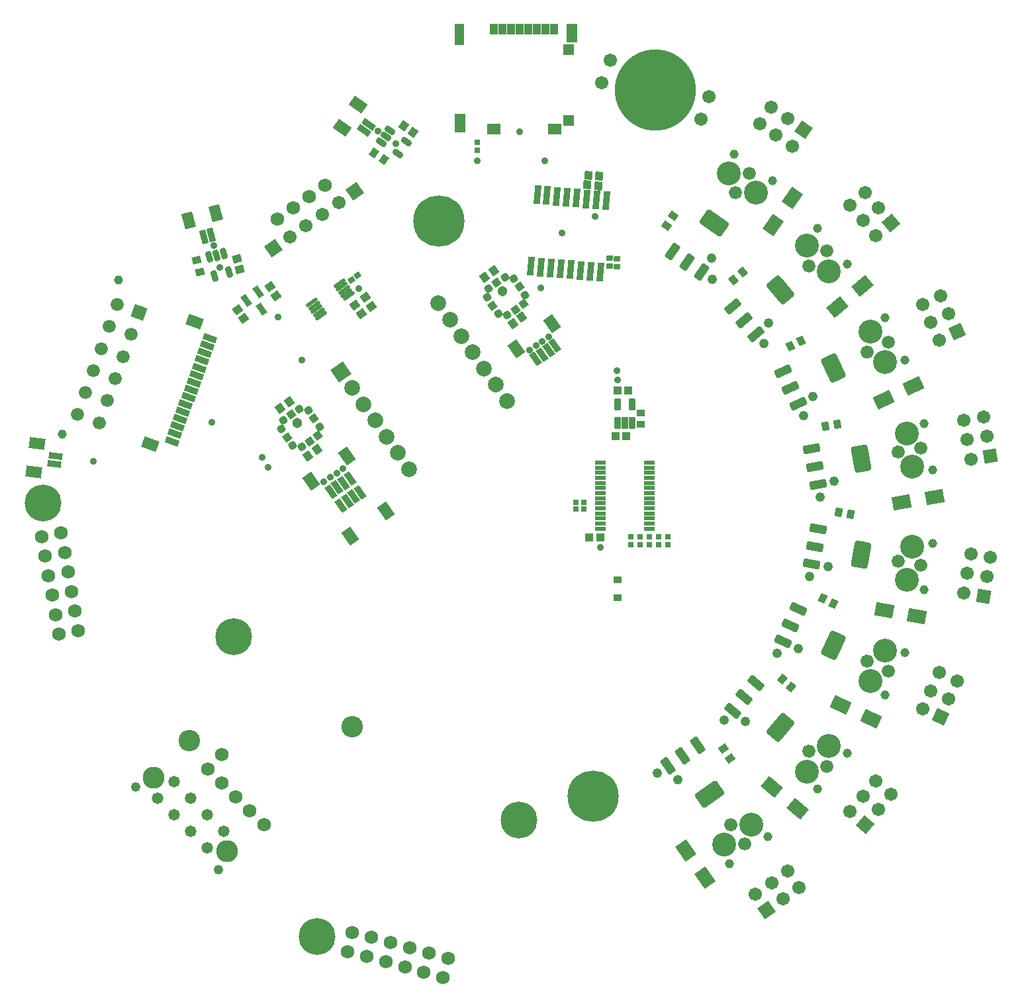
<source format=gts>
G04*
G04 #@! TF.GenerationSoftware,Altium Limited,CircuitStudio,1.5.2 (30)*
G04*
G04 Layer_Color=20142*
%FSLAX25Y25*%
%MOIN*%
G70*
G01*
G75*
%ADD120C,0.03292*%
G04:AMPARAMS|DCode=121|XSize=27.69mil|YSize=31.62mil|CornerRadius=0mil|HoleSize=0mil|Usage=FLASHONLY|Rotation=265.000|XOffset=0mil|YOffset=0mil|HoleType=Round|Shape=Rectangle|*
%AMROTATEDRECTD121*
4,1,4,-0.01454,0.01517,0.01696,0.01241,0.01454,-0.01517,-0.01696,-0.01241,-0.01454,0.01517,0.0*
%
%ADD121ROTATEDRECTD121*%

G04:AMPARAMS|DCode=122|XSize=91.47mil|YSize=67.06mil|CornerRadius=0mil|HoleSize=0mil|Usage=FLASHONLY|Rotation=155.000|XOffset=0mil|YOffset=0mil|HoleType=Round|Shape=Rectangle|*
%AMROTATEDRECTD122*
4,1,4,0.05562,0.01106,0.02728,-0.04971,-0.05562,-0.01106,-0.02728,0.04971,0.05562,0.01106,0.0*
%
%ADD122ROTATEDRECTD122*%

G04:AMPARAMS|DCode=123|XSize=43.43mil|YSize=35.56mil|CornerRadius=0mil|HoleSize=0mil|Usage=FLASHONLY|Rotation=245.000|XOffset=0mil|YOffset=0mil|HoleType=Round|Shape=Rectangle|*
%AMROTATEDRECTD123*
4,1,4,-0.00694,0.02720,0.02529,0.01217,0.00694,-0.02720,-0.02529,-0.01217,-0.00694,0.02720,0.0*
%
%ADD123ROTATEDRECTD123*%

G04:AMPARAMS|DCode=124|XSize=85.56mil|YSize=133.59mil|CornerRadius=13.7mil|HoleSize=0mil|Usage=FLASHONLY|Rotation=335.000|XOffset=0mil|YOffset=0mil|HoleType=Round|Shape=RoundedRectangle|*
%AMROUNDEDRECTD124*
21,1,0.08556,0.10620,0,0,335.0*
21,1,0.05817,0.13359,0,0,335.0*
1,1,0.02739,0.00392,-0.06042*
1,1,0.02739,-0.04880,-0.03583*
1,1,0.02739,-0.00392,0.06042*
1,1,0.02739,0.04880,0.03583*
%
%ADD124ROUNDEDRECTD124*%
G04:AMPARAMS|DCode=125|XSize=85.56mil|YSize=43.04mil|CornerRadius=8.38mil|HoleSize=0mil|Usage=FLASHONLY|Rotation=335.000|XOffset=0mil|YOffset=0mil|HoleType=Round|Shape=RoundedRectangle|*
%AMROUNDEDRECTD125*
21,1,0.08556,0.02628,0,0,335.0*
21,1,0.06880,0.04304,0,0,335.0*
1,1,0.01676,0.02562,-0.02645*
1,1,0.01676,-0.03673,0.00263*
1,1,0.01676,-0.02562,0.02645*
1,1,0.01676,0.03673,-0.00263*
%
%ADD125ROUNDEDRECTD125*%
G04:AMPARAMS|DCode=126|XSize=43.43mil|YSize=35.56mil|CornerRadius=0mil|HoleSize=0mil|Usage=FLASHONLY|Rotation=230.000|XOffset=0mil|YOffset=0mil|HoleType=Round|Shape=Rectangle|*
%AMROTATEDRECTD126*
4,1,4,0.00034,0.02806,0.02758,0.00521,-0.00034,-0.02806,-0.02758,-0.00521,0.00034,0.02806,0.0*
%
%ADD126ROTATEDRECTD126*%

G04:AMPARAMS|DCode=127|XSize=91.47mil|YSize=67.06mil|CornerRadius=0mil|HoleSize=0mil|Usage=FLASHONLY|Rotation=140.000|XOffset=0mil|YOffset=0mil|HoleType=Round|Shape=Rectangle|*
%AMROTATEDRECTD127*
4,1,4,0.05658,-0.00371,0.01348,-0.05508,-0.05658,0.00371,-0.01348,0.05508,0.05658,-0.00371,0.0*
%
%ADD127ROTATEDRECTD127*%

G04:AMPARAMS|DCode=128|XSize=85.56mil|YSize=133.59mil|CornerRadius=13.7mil|HoleSize=0mil|Usage=FLASHONLY|Rotation=320.000|XOffset=0mil|YOffset=0mil|HoleType=Round|Shape=RoundedRectangle|*
%AMROUNDEDRECTD128*
21,1,0.08556,0.10620,0,0,320.0*
21,1,0.05817,0.13359,0,0,320.0*
1,1,0.02739,-0.01185,-0.05937*
1,1,0.02739,-0.05641,-0.02198*
1,1,0.02739,0.01185,0.05937*
1,1,0.02739,0.05641,0.02198*
%
%ADD128ROUNDEDRECTD128*%
G04:AMPARAMS|DCode=129|XSize=85.56mil|YSize=43.04mil|CornerRadius=8.38mil|HoleSize=0mil|Usage=FLASHONLY|Rotation=320.000|XOffset=0mil|YOffset=0mil|HoleType=Round|Shape=RoundedRectangle|*
%AMROUNDEDRECTD129*
21,1,0.08556,0.02628,0,0,320.0*
21,1,0.06880,0.04304,0,0,320.0*
1,1,0.01676,0.01791,-0.03218*
1,1,0.01676,-0.03480,0.01205*
1,1,0.01676,-0.01791,0.03218*
1,1,0.01676,0.03480,-0.01205*
%
%ADD129ROUNDEDRECTD129*%
G04:AMPARAMS|DCode=130|XSize=43.43mil|YSize=35.56mil|CornerRadius=0mil|HoleSize=0mil|Usage=FLASHONLY|Rotation=215.000|XOffset=0mil|YOffset=0mil|HoleType=Round|Shape=Rectangle|*
%AMROTATEDRECTD130*
4,1,4,0.00759,0.02702,0.02799,-0.00211,-0.00759,-0.02702,-0.02799,0.00211,0.00759,0.02702,0.0*
%
%ADD130ROTATEDRECTD130*%

G04:AMPARAMS|DCode=131|XSize=85.56mil|YSize=133.59mil|CornerRadius=13.7mil|HoleSize=0mil|Usage=FLASHONLY|Rotation=305.000|XOffset=0mil|YOffset=0mil|HoleType=Round|Shape=RoundedRectangle|*
%AMROUNDEDRECTD131*
21,1,0.08556,0.10620,0,0,305.0*
21,1,0.05817,0.13359,0,0,305.0*
1,1,0.02739,-0.02682,-0.05428*
1,1,0.02739,-0.06018,-0.00663*
1,1,0.02739,0.02682,0.05428*
1,1,0.02739,0.06018,0.00663*
%
%ADD131ROUNDEDRECTD131*%
G04:AMPARAMS|DCode=132|XSize=85.56mil|YSize=43.04mil|CornerRadius=8.38mil|HoleSize=0mil|Usage=FLASHONLY|Rotation=305.000|XOffset=0mil|YOffset=0mil|HoleType=Round|Shape=RoundedRectangle|*
%AMROUNDEDRECTD132*
21,1,0.08556,0.02628,0,0,305.0*
21,1,0.06880,0.04304,0,0,305.0*
1,1,0.01676,0.00897,-0.03572*
1,1,0.01676,-0.03049,0.02064*
1,1,0.01676,-0.00897,0.03572*
1,1,0.01676,0.03049,-0.02064*
%
%ADD132ROUNDEDRECTD132*%
G04:AMPARAMS|DCode=133|XSize=91.47mil|YSize=67.06mil|CornerRadius=0mil|HoleSize=0mil|Usage=FLASHONLY|Rotation=125.000|XOffset=0mil|YOffset=0mil|HoleType=Round|Shape=Rectangle|*
%AMROTATEDRECTD133*
4,1,4,0.05370,-0.01823,-0.00123,-0.05669,-0.05370,0.01823,0.00123,0.05669,0.05370,-0.01823,0.0*
%
%ADD133ROTATEDRECTD133*%

G04:AMPARAMS|DCode=134|XSize=31.62mil|YSize=69.02mil|CornerRadius=0mil|HoleSize=0mil|Usage=FLASHONLY|Rotation=83.000|XOffset=0mil|YOffset=0mil|HoleType=Round|Shape=Rectangle|*
%AMROTATEDRECTD134*
4,1,4,0.03233,-0.01990,-0.03618,-0.01149,-0.03233,0.01990,0.03618,0.01149,0.03233,-0.01990,0.0*
%
%ADD134ROTATEDRECTD134*%

G04:AMPARAMS|DCode=135|XSize=55.24mil|YSize=78.87mil|CornerRadius=0mil|HoleSize=0mil|Usage=FLASHONLY|Rotation=83.000|XOffset=0mil|YOffset=0mil|HoleType=Round|Shape=Rectangle|*
%AMROTATEDRECTD135*
4,1,4,0.03578,-0.03222,-0.04251,-0.02261,-0.03578,0.03222,0.04251,0.02261,0.03578,-0.03222,0.0*
%
%ADD135ROTATEDRECTD135*%

%ADD136R,0.04068X0.03261*%
%ADD137C,0.40957*%
%ADD138R,0.03950X0.05682*%
%ADD139R,0.04540X0.10642*%
%ADD140R,0.05328X0.09461*%
%ADD141R,0.05367X0.05721*%
%ADD142R,0.05367X0.05524*%
%ADD143R,0.06706X0.05328*%
G04:AMPARAMS|DCode=144|XSize=43.43mil|YSize=39.5mil|CornerRadius=0mil|HoleSize=0mil|Usage=FLASHONLY|Rotation=265.000|XOffset=0mil|YOffset=0mil|HoleType=Round|Shape=Rectangle|*
%AMROTATEDRECTD144*
4,1,4,-0.01778,0.02336,0.02157,0.01991,0.01778,-0.02336,-0.02157,-0.01991,-0.01778,0.02336,0.0*
%
%ADD144ROTATEDRECTD144*%

%ADD145R,0.03162X0.02769*%
%ADD146R,0.03950X0.04343*%
%ADD147R,0.04343X0.03556*%
G04:AMPARAMS|DCode=148|XSize=31.62mil|YSize=61.15mil|CornerRadius=5.77mil|HoleSize=0mil|Usage=FLASHONLY|Rotation=0.000|XOffset=0mil|YOffset=0mil|HoleType=Round|Shape=RoundedRectangle|*
%AMROUNDEDRECTD148*
21,1,0.03162,0.04961,0,0,0.0*
21,1,0.02008,0.06115,0,0,0.0*
1,1,0.01154,0.01004,-0.02480*
1,1,0.01154,-0.01004,-0.02480*
1,1,0.01154,-0.01004,0.02480*
1,1,0.01154,0.01004,0.02480*
%
%ADD148ROUNDEDRECTD148*%
%ADD149R,0.02769X0.03162*%
G04:AMPARAMS|DCode=150|XSize=43.43mil|YSize=39.5mil|CornerRadius=0mil|HoleSize=0mil|Usage=FLASHONLY|Rotation=125.000|XOffset=0mil|YOffset=0mil|HoleType=Round|Shape=Rectangle|*
%AMROTATEDRECTD150*
4,1,4,0.02863,-0.00646,-0.00372,-0.02912,-0.02863,0.00646,0.00372,0.02912,0.02863,-0.00646,0.0*
%
%ADD150ROTATEDRECTD150*%

G04:AMPARAMS|DCode=151|XSize=43.43mil|YSize=39.5mil|CornerRadius=0mil|HoleSize=0mil|Usage=FLASHONLY|Rotation=35.000|XOffset=0mil|YOffset=0mil|HoleType=Round|Shape=Rectangle|*
%AMROTATEDRECTD151*
4,1,4,-0.00646,-0.02863,-0.02912,0.00372,0.00646,0.02863,0.02912,-0.00372,-0.00646,-0.02863,0.0*
%
%ADD151ROTATEDRECTD151*%

G04:AMPARAMS|DCode=152|XSize=65.87mil|YSize=19.02mil|CornerRadius=5.38mil|HoleSize=0mil|Usage=FLASHONLY|Rotation=215.000|XOffset=0mil|YOffset=0mil|HoleType=Round|Shape=RoundedRectangle|*
%AMROUNDEDRECTD152*
21,1,0.06587,0.00827,0,0,215.0*
21,1,0.05512,0.01902,0,0,215.0*
1,1,0.01076,-0.02494,-0.01242*
1,1,0.01076,0.02020,0.01919*
1,1,0.01076,0.02494,0.01242*
1,1,0.01076,-0.02020,-0.01919*
%
%ADD152ROUNDEDRECTD152*%
G04:AMPARAMS|DCode=153|XSize=31.62mil|YSize=69.02mil|CornerRadius=0mil|HoleSize=0mil|Usage=FLASHONLY|Rotation=35.000|XOffset=0mil|YOffset=0mil|HoleType=Round|Shape=Rectangle|*
%AMROTATEDRECTD153*
4,1,4,0.00684,-0.03734,-0.03275,0.01920,-0.00684,0.03734,0.03275,-0.01920,0.00684,-0.03734,0.0*
%
%ADD153ROTATEDRECTD153*%

G04:AMPARAMS|DCode=154|XSize=55.24mil|YSize=78.87mil|CornerRadius=0mil|HoleSize=0mil|Usage=FLASHONLY|Rotation=35.000|XOffset=0mil|YOffset=0mil|HoleType=Round|Shape=Rectangle|*
%AMROTATEDRECTD154*
4,1,4,-0.00001,-0.04815,-0.04524,0.01646,0.00001,0.04815,0.04524,-0.01646,-0.00001,-0.04815,0.0*
%
%ADD154ROTATEDRECTD154*%

G04:AMPARAMS|DCode=155|XSize=30mil|YSize=59mil|CornerRadius=0mil|HoleSize=0mil|Usage=FLASHONLY|Rotation=215.000|XOffset=0mil|YOffset=0mil|HoleType=Round|Shape=Rectangle|*
%AMROTATEDRECTD155*
4,1,4,-0.00463,0.03277,0.02921,-0.01556,0.00463,-0.03277,-0.02921,0.01556,-0.00463,0.03277,0.0*
%
%ADD155ROTATEDRECTD155*%

G04:AMPARAMS|DCode=156|XSize=31.62mil|YSize=69.02mil|CornerRadius=0mil|HoleSize=0mil|Usage=FLASHONLY|Rotation=70.000|XOffset=0mil|YOffset=0mil|HoleType=Round|Shape=Rectangle|*
%AMROTATEDRECTD156*
4,1,4,0.02702,-0.02666,-0.03784,-0.00305,-0.02702,0.02666,0.03784,0.00305,0.02702,-0.02666,0.0*
%
%ADD156ROTATEDRECTD156*%

G04:AMPARAMS|DCode=157|XSize=55.24mil|YSize=78.87mil|CornerRadius=0mil|HoleSize=0mil|Usage=FLASHONLY|Rotation=70.000|XOffset=0mil|YOffset=0mil|HoleType=Round|Shape=Rectangle|*
%AMROTATEDRECTD157*
4,1,4,0.02761,-0.03944,-0.04650,-0.01247,-0.02761,0.03944,0.04650,0.01247,0.02761,-0.03944,0.0*
%
%ADD157ROTATEDRECTD157*%

G04:AMPARAMS|DCode=158|XSize=43.43mil|YSize=35.56mil|CornerRadius=0mil|HoleSize=0mil|Usage=FLASHONLY|Rotation=195.000|XOffset=0mil|YOffset=0mil|HoleType=Round|Shape=Rectangle|*
%AMROTATEDRECTD158*
4,1,4,0.01638,0.02279,0.02558,-0.01155,-0.01638,-0.02279,-0.02558,0.01155,0.01638,0.02279,0.0*
%
%ADD158ROTATEDRECTD158*%

G04:AMPARAMS|DCode=159|XSize=43.43mil|YSize=39.5mil|CornerRadius=0mil|HoleSize=0mil|Usage=FLASHONLY|Rotation=15.000|XOffset=0mil|YOffset=0mil|HoleType=Round|Shape=Rectangle|*
%AMROTATEDRECTD159*
4,1,4,-0.01587,-0.02470,-0.02609,0.01345,0.01587,0.02470,0.02609,-0.01345,-0.01587,-0.02470,0.0*
%
%ADD159ROTATEDRECTD159*%

G04:AMPARAMS|DCode=160|XSize=55.64mil|YSize=31.23mil|CornerRadius=9.81mil|HoleSize=0mil|Usage=FLASHONLY|Rotation=285.000|XOffset=0mil|YOffset=0mil|HoleType=Round|Shape=RoundedRectangle|*
%AMROUNDEDRECTD160*
21,1,0.05564,0.01161,0,0,285.0*
21,1,0.03602,0.03123,0,0,285.0*
1,1,0.01961,-0.00095,-0.01890*
1,1,0.01961,-0.01027,0.01590*
1,1,0.01961,0.00095,0.01890*
1,1,0.01961,0.01027,-0.01590*
%
%ADD160ROUNDEDRECTD160*%
G04:AMPARAMS|DCode=161|XSize=31.62mil|YSize=69.02mil|CornerRadius=0mil|HoleSize=0mil|Usage=FLASHONLY|Rotation=15.000|XOffset=0mil|YOffset=0mil|HoleType=Round|Shape=Rectangle|*
%AMROTATEDRECTD161*
4,1,4,-0.00634,-0.03743,-0.02420,0.02924,0.00634,0.03743,0.02420,-0.02924,-0.00634,-0.03743,0.0*
%
%ADD161ROTATEDRECTD161*%

G04:AMPARAMS|DCode=162|XSize=55.24mil|YSize=78.87mil|CornerRadius=0mil|HoleSize=0mil|Usage=FLASHONLY|Rotation=15.000|XOffset=0mil|YOffset=0mil|HoleType=Round|Shape=Rectangle|*
%AMROTATEDRECTD162*
4,1,4,-0.01647,-0.04524,-0.03689,0.03094,0.01647,0.04524,0.03689,-0.03094,-0.01647,-0.04524,0.0*
%
%ADD162ROTATEDRECTD162*%

G04:AMPARAMS|DCode=163|XSize=43.43mil|YSize=35.56mil|CornerRadius=0mil|HoleSize=0mil|Usage=FLASHONLY|Rotation=235.000|XOffset=0mil|YOffset=0mil|HoleType=Round|Shape=Rectangle|*
%AMROTATEDRECTD163*
4,1,4,-0.00211,0.02799,0.02702,0.00759,0.00211,-0.02799,-0.02702,-0.00759,-0.00211,0.02799,0.0*
%
%ADD163ROTATEDRECTD163*%

G04:AMPARAMS|DCode=164|XSize=43.43mil|YSize=39.5mil|CornerRadius=0mil|HoleSize=0mil|Usage=FLASHONLY|Rotation=55.000|XOffset=0mil|YOffset=0mil|HoleType=Round|Shape=Rectangle|*
%AMROTATEDRECTD164*
4,1,4,0.00372,-0.02912,-0.02863,-0.00646,-0.00372,0.02912,0.02863,0.00646,0.00372,-0.02912,0.0*
%
%ADD164ROTATEDRECTD164*%

G04:AMPARAMS|DCode=165|XSize=55.64mil|YSize=31.23mil|CornerRadius=9.81mil|HoleSize=0mil|Usage=FLASHONLY|Rotation=325.000|XOffset=0mil|YOffset=0mil|HoleType=Round|Shape=RoundedRectangle|*
%AMROUNDEDRECTD165*
21,1,0.05564,0.01161,0,0,325.0*
21,1,0.03602,0.03123,0,0,325.0*
1,1,0.01961,0.01142,-0.01509*
1,1,0.01961,-0.01809,0.00557*
1,1,0.01961,-0.01142,0.01509*
1,1,0.01961,0.01809,-0.00557*
%
%ADD165ROUNDEDRECTD165*%
G04:AMPARAMS|DCode=166|XSize=31.62mil|YSize=69.02mil|CornerRadius=0mil|HoleSize=0mil|Usage=FLASHONLY|Rotation=55.000|XOffset=0mil|YOffset=0mil|HoleType=Round|Shape=Rectangle|*
%AMROTATEDRECTD166*
4,1,4,0.01920,-0.03275,-0.03734,0.00684,-0.01920,0.03275,0.03734,-0.00684,0.01920,-0.03275,0.0*
%
%ADD166ROTATEDRECTD166*%

G04:AMPARAMS|DCode=167|XSize=55.24mil|YSize=78.87mil|CornerRadius=0mil|HoleSize=0mil|Usage=FLASHONLY|Rotation=55.000|XOffset=0mil|YOffset=0mil|HoleType=Round|Shape=Rectangle|*
%AMROTATEDRECTD167*
4,1,4,0.01646,-0.04524,-0.04815,-0.00001,-0.01646,0.04524,0.04815,0.00001,0.01646,-0.04524,0.0*
%
%ADD167ROTATEDRECTD167*%

G04:AMPARAMS|DCode=168|XSize=43.43mil|YSize=35.56mil|CornerRadius=0mil|HoleSize=0mil|Usage=FLASHONLY|Rotation=260.000|XOffset=0mil|YOffset=0mil|HoleType=Round|Shape=Rectangle|*
%AMROTATEDRECTD168*
4,1,4,-0.01374,0.02447,0.02128,0.01830,0.01374,-0.02447,-0.02128,-0.01830,-0.01374,0.02447,0.0*
%
%ADD168ROTATEDRECTD168*%

G04:AMPARAMS|DCode=169|XSize=91.47mil|YSize=67.06mil|CornerRadius=0mil|HoleSize=0mil|Usage=FLASHONLY|Rotation=170.000|XOffset=0mil|YOffset=0mil|HoleType=Round|Shape=Rectangle|*
%AMROTATEDRECTD169*
4,1,4,0.05086,0.02508,0.03922,-0.04096,-0.05086,-0.02508,-0.03922,0.04096,0.05086,0.02508,0.0*
%
%ADD169ROTATEDRECTD169*%

G04:AMPARAMS|DCode=170|XSize=85.56mil|YSize=133.59mil|CornerRadius=13.7mil|HoleSize=0mil|Usage=FLASHONLY|Rotation=350.000|XOffset=0mil|YOffset=0mil|HoleType=Round|Shape=RoundedRectangle|*
%AMROUNDEDRECTD170*
21,1,0.08556,0.10620,0,0,350.0*
21,1,0.05817,0.13359,0,0,350.0*
1,1,0.02739,0.01942,-0.05734*
1,1,0.02739,-0.03786,-0.04724*
1,1,0.02739,-0.01942,0.05734*
1,1,0.02739,0.03786,0.04724*
%
%ADD170ROUNDEDRECTD170*%
G04:AMPARAMS|DCode=171|XSize=85.56mil|YSize=43.04mil|CornerRadius=8.38mil|HoleSize=0mil|Usage=FLASHONLY|Rotation=350.000|XOffset=0mil|YOffset=0mil|HoleType=Round|Shape=RoundedRectangle|*
%AMROUNDEDRECTD171*
21,1,0.08556,0.02628,0,0,350.0*
21,1,0.06880,0.04304,0,0,350.0*
1,1,0.01676,0.03160,-0.01891*
1,1,0.01676,-0.03616,-0.00697*
1,1,0.01676,-0.03160,0.01891*
1,1,0.01676,0.03616,0.00697*
%
%ADD171ROUNDEDRECTD171*%
G04:AMPARAMS|DCode=172|XSize=43.43mil|YSize=35.56mil|CornerRadius=0mil|HoleSize=0mil|Usage=FLASHONLY|Rotation=280.000|XOffset=0mil|YOffset=0mil|HoleType=Round|Shape=Rectangle|*
%AMROTATEDRECTD172*
4,1,4,-0.02128,0.01830,0.01374,0.02447,0.02128,-0.01830,-0.01374,-0.02447,-0.02128,0.01830,0.0*
%
%ADD172ROTATEDRECTD172*%

G04:AMPARAMS|DCode=173|XSize=91.47mil|YSize=67.06mil|CornerRadius=0mil|HoleSize=0mil|Usage=FLASHONLY|Rotation=190.000|XOffset=0mil|YOffset=0mil|HoleType=Round|Shape=Rectangle|*
%AMROTATEDRECTD173*
4,1,4,0.03922,0.04096,0.05086,-0.02508,-0.03922,-0.04096,-0.05086,0.02508,0.03922,0.04096,0.0*
%
%ADD173ROTATEDRECTD173*%

G04:AMPARAMS|DCode=174|XSize=85.56mil|YSize=43.04mil|CornerRadius=8.38mil|HoleSize=0mil|Usage=FLASHONLY|Rotation=10.000|XOffset=0mil|YOffset=0mil|HoleType=Round|Shape=RoundedRectangle|*
%AMROUNDEDRECTD174*
21,1,0.08556,0.02628,0,0,10.0*
21,1,0.06880,0.04304,0,0,10.0*
1,1,0.01676,0.03616,-0.00697*
1,1,0.01676,-0.03160,-0.01891*
1,1,0.01676,-0.03616,0.00697*
1,1,0.01676,0.03160,0.01891*
%
%ADD174ROUNDEDRECTD174*%
G04:AMPARAMS|DCode=175|XSize=85.56mil|YSize=133.59mil|CornerRadius=13.7mil|HoleSize=0mil|Usage=FLASHONLY|Rotation=10.000|XOffset=0mil|YOffset=0mil|HoleType=Round|Shape=RoundedRectangle|*
%AMROUNDEDRECTD175*
21,1,0.08556,0.10620,0,0,10.0*
21,1,0.05817,0.13359,0,0,10.0*
1,1,0.02739,0.03786,-0.04724*
1,1,0.02739,-0.01942,-0.05734*
1,1,0.02739,-0.03786,0.04724*
1,1,0.02739,0.01942,0.05734*
%
%ADD175ROUNDEDRECTD175*%
G04:AMPARAMS|DCode=176|XSize=43.43mil|YSize=35.56mil|CornerRadius=0mil|HoleSize=0mil|Usage=FLASHONLY|Rotation=295.000|XOffset=0mil|YOffset=0mil|HoleType=Round|Shape=Rectangle|*
%AMROTATEDRECTD176*
4,1,4,-0.02529,0.01217,0.00694,0.02720,0.02529,-0.01217,-0.00694,-0.02720,-0.02529,0.01217,0.0*
%
%ADD176ROTATEDRECTD176*%

G04:AMPARAMS|DCode=177|XSize=91.47mil|YSize=67.06mil|CornerRadius=0mil|HoleSize=0mil|Usage=FLASHONLY|Rotation=205.000|XOffset=0mil|YOffset=0mil|HoleType=Round|Shape=Rectangle|*
%AMROTATEDRECTD177*
4,1,4,0.02728,0.04971,0.05562,-0.01106,-0.02728,-0.04971,-0.05562,0.01106,0.02728,0.04971,0.0*
%
%ADD177ROTATEDRECTD177*%

G04:AMPARAMS|DCode=178|XSize=85.56mil|YSize=43.04mil|CornerRadius=8.38mil|HoleSize=0mil|Usage=FLASHONLY|Rotation=25.000|XOffset=0mil|YOffset=0mil|HoleType=Round|Shape=RoundedRectangle|*
%AMROUNDEDRECTD178*
21,1,0.08556,0.02628,0,0,25.0*
21,1,0.06880,0.04304,0,0,25.0*
1,1,0.01676,0.03673,0.00263*
1,1,0.01676,-0.02562,-0.02645*
1,1,0.01676,-0.03673,-0.00263*
1,1,0.01676,0.02562,0.02645*
%
%ADD178ROUNDEDRECTD178*%
G04:AMPARAMS|DCode=179|XSize=85.56mil|YSize=133.59mil|CornerRadius=13.7mil|HoleSize=0mil|Usage=FLASHONLY|Rotation=25.000|XOffset=0mil|YOffset=0mil|HoleType=Round|Shape=RoundedRectangle|*
%AMROUNDEDRECTD179*
21,1,0.08556,0.10620,0,0,25.0*
21,1,0.05817,0.13359,0,0,25.0*
1,1,0.02739,0.04880,-0.03583*
1,1,0.02739,-0.00392,-0.06042*
1,1,0.02739,-0.04880,0.03583*
1,1,0.02739,0.00392,0.06042*
%
%ADD179ROUNDEDRECTD179*%
G04:AMPARAMS|DCode=180|XSize=43.43mil|YSize=35.56mil|CornerRadius=0mil|HoleSize=0mil|Usage=FLASHONLY|Rotation=310.000|XOffset=0mil|YOffset=0mil|HoleType=Round|Shape=Rectangle|*
%AMROTATEDRECTD180*
4,1,4,-0.02758,0.00521,-0.00034,0.02806,0.02758,-0.00521,0.00034,-0.02806,-0.02758,0.00521,0.0*
%
%ADD180ROTATEDRECTD180*%

G04:AMPARAMS|DCode=181|XSize=91.47mil|YSize=67.06mil|CornerRadius=0mil|HoleSize=0mil|Usage=FLASHONLY|Rotation=220.000|XOffset=0mil|YOffset=0mil|HoleType=Round|Shape=Rectangle|*
%AMROTATEDRECTD181*
4,1,4,0.01348,0.05508,0.05658,0.00371,-0.01348,-0.05508,-0.05658,-0.00371,0.01348,0.05508,0.0*
%
%ADD181ROTATEDRECTD181*%

G04:AMPARAMS|DCode=182|XSize=85.56mil|YSize=43.04mil|CornerRadius=8.38mil|HoleSize=0mil|Usage=FLASHONLY|Rotation=40.000|XOffset=0mil|YOffset=0mil|HoleType=Round|Shape=RoundedRectangle|*
%AMROUNDEDRECTD182*
21,1,0.08556,0.02628,0,0,40.0*
21,1,0.06880,0.04304,0,0,40.0*
1,1,0.01676,0.03480,0.01205*
1,1,0.01676,-0.01791,-0.03218*
1,1,0.01676,-0.03480,-0.01205*
1,1,0.01676,0.01791,0.03218*
%
%ADD182ROUNDEDRECTD182*%
G04:AMPARAMS|DCode=183|XSize=85.56mil|YSize=133.59mil|CornerRadius=13.7mil|HoleSize=0mil|Usage=FLASHONLY|Rotation=40.000|XOffset=0mil|YOffset=0mil|HoleType=Round|Shape=RoundedRectangle|*
%AMROUNDEDRECTD183*
21,1,0.08556,0.10620,0,0,40.0*
21,1,0.05817,0.13359,0,0,40.0*
1,1,0.02739,0.05641,-0.02198*
1,1,0.02739,0.01185,-0.05937*
1,1,0.02739,-0.05641,0.02198*
1,1,0.02739,-0.01185,0.05937*
%
%ADD183ROUNDEDRECTD183*%
G04:AMPARAMS|DCode=184|XSize=85.56mil|YSize=43.04mil|CornerRadius=8.38mil|HoleSize=0mil|Usage=FLASHONLY|Rotation=55.000|XOffset=0mil|YOffset=0mil|HoleType=Round|Shape=RoundedRectangle|*
%AMROUNDEDRECTD184*
21,1,0.08556,0.02628,0,0,55.0*
21,1,0.06880,0.04304,0,0,55.0*
1,1,0.01676,0.03049,0.02064*
1,1,0.01676,-0.00897,-0.03572*
1,1,0.01676,-0.03049,-0.02064*
1,1,0.01676,0.00897,0.03572*
%
%ADD184ROUNDEDRECTD184*%
G04:AMPARAMS|DCode=185|XSize=85.56mil|YSize=133.59mil|CornerRadius=13.7mil|HoleSize=0mil|Usage=FLASHONLY|Rotation=55.000|XOffset=0mil|YOffset=0mil|HoleType=Round|Shape=RoundedRectangle|*
%AMROUNDEDRECTD185*
21,1,0.08556,0.10620,0,0,55.0*
21,1,0.05817,0.13359,0,0,55.0*
1,1,0.02739,0.06018,-0.00663*
1,1,0.02739,0.02682,-0.05428*
1,1,0.02739,-0.06018,0.00663*
1,1,0.02739,-0.02682,0.05428*
%
%ADD185ROUNDEDRECTD185*%
G04:AMPARAMS|DCode=186|XSize=91.47mil|YSize=67.06mil|CornerRadius=0mil|HoleSize=0mil|Usage=FLASHONLY|Rotation=235.000|XOffset=0mil|YOffset=0mil|HoleType=Round|Shape=Rectangle|*
%AMROTATEDRECTD186*
4,1,4,-0.00123,0.05669,0.05370,0.01823,0.00123,-0.05669,-0.05370,-0.01823,-0.00123,0.05669,0.0*
%
%ADD186ROTATEDRECTD186*%

G04:AMPARAMS|DCode=187|XSize=43.43mil|YSize=35.56mil|CornerRadius=0mil|HoleSize=0mil|Usage=FLASHONLY|Rotation=325.000|XOffset=0mil|YOffset=0mil|HoleType=Round|Shape=Rectangle|*
%AMROTATEDRECTD187*
4,1,4,-0.02799,-0.00211,-0.00759,0.02702,0.02799,0.00211,0.00759,-0.02702,-0.02799,-0.00211,0.0*
%
%ADD187ROTATEDRECTD187*%

G04:AMPARAMS|DCode=188|XSize=27.69mil|YSize=31.62mil|CornerRadius=0mil|HoleSize=0mil|Usage=FLASHONLY|Rotation=125.000|XOffset=0mil|YOffset=0mil|HoleType=Round|Shape=Rectangle|*
%AMROTATEDRECTD188*
4,1,4,0.02089,-0.00227,-0.00501,-0.02041,-0.02089,0.00227,0.00501,0.02041,0.02089,-0.00227,0.0*
%
%ADD188ROTATEDRECTD188*%

%ADD189R,0.05328X0.02375*%
G04:AMPARAMS|DCode=190|XSize=31.62mil|YSize=94.61mil|CornerRadius=0mil|HoleSize=0mil|Usage=FLASHONLY|Rotation=175.000|XOffset=0mil|YOffset=0mil|HoleType=Round|Shape=Rectangle|*
%AMROTATEDRECTD190*
4,1,4,0.01987,0.04575,0.01163,-0.04850,-0.01987,-0.04575,-0.01163,0.04850,0.01987,0.04575,0.0*
%
%ADD190ROTATEDRECTD190*%

G04:AMPARAMS|DCode=191|XSize=38mil|YSize=38mil|CornerRadius=11.5mil|HoleSize=0mil|Usage=FLASHONLY|Rotation=305.000|XOffset=0mil|YOffset=0mil|HoleType=Round|Shape=RoundedRectangle|*
%AMROUNDEDRECTD191*
21,1,0.03800,0.01500,0,0,305.0*
21,1,0.01500,0.03800,0,0,305.0*
1,1,0.02300,-0.00184,-0.01045*
1,1,0.02300,-0.01045,0.00184*
1,1,0.02300,0.00184,0.01045*
1,1,0.02300,0.01045,-0.00184*
%
%ADD191ROUNDEDRECTD191*%
%ADD192P,0.05374X4X350.0*%
G04:AMPARAMS|DCode=193|XSize=38mil|YSize=38mil|CornerRadius=11.5mil|HoleSize=0mil|Usage=FLASHONLY|Rotation=215.000|XOffset=0mil|YOffset=0mil|HoleType=Round|Shape=RoundedRectangle|*
%AMROUNDEDRECTD193*
21,1,0.03800,0.01500,0,0,215.0*
21,1,0.01500,0.03800,0,0,215.0*
1,1,0.02300,-0.01045,0.00184*
1,1,0.02300,0.00184,0.01045*
1,1,0.02300,0.01045,-0.00184*
1,1,0.02300,-0.00184,-0.01045*
%
%ADD193ROUNDEDRECTD193*%
%ADD194P,0.05374X4X260.0*%
%ADD195P,0.09483X4X260.0*%
%ADD196C,0.06706*%
%ADD197C,0.18517*%
%ADD198C,0.06800*%
%ADD199C,0.06584*%
%ADD200C,0.04616*%
%ADD201C,0.12057*%
%ADD202P,0.09483X4X110.0*%
%ADD203P,0.09483X4X95.0*%
%ADD204C,0.04800*%
%ADD205C,0.25800*%
%ADD206C,0.06737*%
%ADD207C,0.07887*%
%ADD208P,0.10836X4X80.0*%
%ADD209C,0.05800*%
%ADD210C,0.04816*%
%ADD211C,0.11036*%
%ADD212C,0.10800*%
%ADD213P,0.09311X4X115.0*%
%ADD214P,0.09483X4X125.0*%
%ADD215P,0.09483X4X145.0*%
%ADD216P,0.09483X4X160.0*%
%ADD217P,0.09483X4X175.0*%
%ADD218P,0.09483X4X190.0*%
%ADD219C,0.05131*%
%ADD220C,0.03556*%
D120*
X1166675Y350730D02*
G03*
X1166675Y350730I-1646J0D01*
G01*
X1137429Y305299D02*
G03*
X1137429Y305299I-1646J0D01*
G01*
X1098250Y268087D02*
G03*
X1098250Y268087I-1646J0D01*
G01*
X1182266Y401011D02*
G03*
X1182266Y401011I-1646J0D01*
G01*
X1182266Y455989D02*
G03*
X1182266Y455989I-1646J0D01*
G01*
X1166675Y506269D02*
G03*
X1166675Y506269I-1646J0D01*
G01*
X1137429Y549700D02*
G03*
X1137429Y549700I-1646J0D01*
G01*
X1100523Y586539D02*
G03*
X1100523Y586539I-1646J0D01*
G01*
D121*
X1035334Y549514D02*
D03*
X1039256Y549171D02*
D03*
X1035334Y553698D02*
D03*
X1039256Y553355D02*
D03*
D122*
X1166991Y321443D02*
D03*
X1151898Y328481D02*
D03*
D123*
X1147985Y379703D02*
D03*
X1142633Y382199D02*
D03*
D124*
X1148041Y358652D02*
D03*
D125*
X1122627Y360512D02*
D03*
X1126454Y368718D02*
D03*
X1130280Y376925D02*
D03*
D126*
X1126819Y337696D02*
D03*
X1122295Y341492D02*
D03*
D127*
X1130007Y276393D02*
D03*
X1117249Y287097D02*
D03*
D128*
X1121425Y317348D02*
D03*
D129*
X1097358Y325722D02*
D03*
X1103178Y332658D02*
D03*
X1108999Y339595D02*
D03*
D130*
X1096189Y301600D02*
D03*
X1092802Y306438D02*
D03*
D131*
X1085853Y283441D02*
D03*
D132*
X1064774Y297758D02*
D03*
X1072191Y302952D02*
D03*
X1079609Y308146D02*
D03*
D133*
X1083426Y241578D02*
D03*
X1073874Y255220D02*
D03*
D134*
X755858Y449902D02*
D03*
X756338Y453810D02*
D03*
D135*
X745368Y446034D02*
D03*
X747095Y460101D02*
D03*
D136*
X1039300Y391480D02*
D03*
Y382720D02*
D03*
D137*
X1058500Y638400D02*
D03*
D138*
X976983Y668825D02*
D03*
X981313D02*
D03*
X985644D02*
D03*
X989975D02*
D03*
X994306D02*
D03*
X998636D02*
D03*
X1002967D02*
D03*
X1007298D02*
D03*
D139*
X959876Y666345D02*
D03*
D140*
X1016530Y666935D02*
D03*
X960270Y621739D02*
D03*
D141*
X1014935Y658471D02*
D03*
D142*
Y623038D02*
D03*
D143*
X977219Y618609D02*
D03*
X1007849D02*
D03*
D144*
X1030145Y594860D02*
D03*
X1024655Y595340D02*
D03*
X1029645Y590060D02*
D03*
X1024155Y590540D02*
D03*
D145*
X1018492Y427128D02*
D03*
X1022429D02*
D03*
X1022468Y430600D02*
D03*
X1018532Y430600D02*
D03*
D146*
X1044856Y486900D02*
D03*
X1039344Y486900D02*
D03*
X1043856Y463800D02*
D03*
X1038344Y463800D02*
D03*
X1025244Y412900D02*
D03*
X1030756Y412900D02*
D03*
D147*
X1051200Y469747D02*
D03*
X1051200Y475653D02*
D03*
D148*
X1039373Y470538D02*
D03*
X1043113D02*
D03*
X1046854Y470538D02*
D03*
X1046854Y479869D02*
D03*
X1039373Y479869D02*
D03*
D149*
X1050725Y409232D02*
D03*
Y413168D02*
D03*
X1055450Y409232D02*
D03*
X1055450Y413168D02*
D03*
X1046000Y409232D02*
D03*
Y413168D02*
D03*
X1060175Y409232D02*
D03*
X1060175Y413168D02*
D03*
X1064900Y409232D02*
D03*
Y413168D02*
D03*
X968700Y607932D02*
D03*
Y611868D02*
D03*
D150*
X888058Y457181D02*
D03*
X883543Y454019D02*
D03*
X874005Y481123D02*
D03*
X869490Y477962D02*
D03*
X991257Y523781D02*
D03*
X986742Y520619D02*
D03*
X972484Y543930D02*
D03*
X976999Y547092D02*
D03*
D151*
X915581Y529243D02*
D03*
X912419Y533757D02*
D03*
X910281Y525542D02*
D03*
X907119Y530057D02*
D03*
X867498Y534595D02*
D03*
X864336Y539110D02*
D03*
X851114Y523124D02*
D03*
X847953Y527639D02*
D03*
D152*
X903992Y534430D02*
D03*
X902864Y536042D02*
D03*
X901734Y537655D02*
D03*
X900605Y539268D02*
D03*
X899476Y540880D02*
D03*
X885608Y531170D02*
D03*
X886736Y529558D02*
D03*
X887866Y527945D02*
D03*
X888995Y526332D02*
D03*
X890124Y524720D02*
D03*
D153*
X998185Y502790D02*
D03*
X1001410Y505048D02*
D03*
X1004636Y507307D02*
D03*
X1007861Y509565D02*
D03*
X895000Y435888D02*
D03*
X898225Y438146D02*
D03*
X901451Y440405D02*
D03*
X904676Y442663D02*
D03*
X900062Y428912D02*
D03*
X903287Y431171D02*
D03*
X906513Y433429D02*
D03*
X909738Y435687D02*
D03*
D154*
X988290Y507998D02*
D03*
X1006351Y520644D02*
D03*
X885106Y441096D02*
D03*
X903166Y453742D02*
D03*
X922681Y426126D02*
D03*
X904620Y413480D02*
D03*
D155*
X860048Y527799D02*
D03*
X852339Y532289D02*
D03*
X858466Y536580D02*
D03*
D156*
X824627Y487300D02*
D03*
X823280Y483600D02*
D03*
X821933Y479900D02*
D03*
X820587Y476200D02*
D03*
X815200Y461400D02*
D03*
X816547Y465100D02*
D03*
X817893Y468800D02*
D03*
X819240Y472500D02*
D03*
X828667Y498399D02*
D03*
X827320Y494700D02*
D03*
X825973Y490999D02*
D03*
X830014Y502100D02*
D03*
X831360Y505799D02*
D03*
X832707Y509500D02*
D03*
X834054Y513200D02*
D03*
D157*
X804108Y459991D02*
D03*
X826462Y521409D02*
D03*
D158*
X829064Y546719D02*
D03*
X827536Y552423D02*
D03*
D159*
X847795Y553315D02*
D03*
X849222Y547991D02*
D03*
D160*
X841073Y556038D02*
D03*
X837460Y555070D02*
D03*
X833848Y554102D02*
D03*
X836405Y544557D02*
D03*
X843631Y546493D02*
D03*
D161*
X831057Y564372D02*
D03*
X834860Y565391D02*
D03*
D162*
X823541Y572649D02*
D03*
X837231Y576318D02*
D03*
D163*
X921766Y603222D02*
D03*
X916928Y606609D02*
D03*
D164*
X931817Y620233D02*
D03*
X936332Y617072D02*
D03*
D165*
X924860Y617916D02*
D03*
X922715Y614852D02*
D03*
X920569Y611789D02*
D03*
X928664Y606120D02*
D03*
X932955Y612248D02*
D03*
D166*
X911794Y617811D02*
D03*
X914053Y621036D02*
D03*
D167*
X900716Y619320D02*
D03*
X908845Y630930D02*
D03*
D168*
X1156659Y424585D02*
D03*
X1150843Y425611D02*
D03*
D169*
X1190120Y373370D02*
D03*
X1173720Y376262D02*
D03*
D170*
X1162161Y404266D02*
D03*
D171*
X1137131Y399485D02*
D03*
X1138704Y408402D02*
D03*
X1140276Y417320D02*
D03*
D172*
X1150041Y469946D02*
D03*
X1144225Y468921D02*
D03*
D173*
X1198976Y433405D02*
D03*
X1182576Y430513D02*
D03*
D174*
X1137131Y457515D02*
D03*
X1138704Y448598D02*
D03*
X1140276Y439680D02*
D03*
D175*
X1162161Y452734D02*
D03*
D176*
X1131879Y511837D02*
D03*
X1126527Y509341D02*
D03*
D177*
X1188544Y489335D02*
D03*
X1173451Y482297D02*
D03*
D178*
X1122627Y496488D02*
D03*
X1126454Y488282D02*
D03*
X1130280Y480075D02*
D03*
D179*
X1148041Y498348D02*
D03*
D180*
X1102323Y546498D02*
D03*
X1097799Y542702D02*
D03*
D181*
X1162789Y539539D02*
D03*
X1150031Y528834D02*
D03*
D182*
X1097358Y529278D02*
D03*
X1103178Y522342D02*
D03*
X1108999Y515405D02*
D03*
D183*
X1121425Y537652D02*
D03*
D184*
X1067047Y556867D02*
D03*
X1074464Y551673D02*
D03*
X1081882Y546480D02*
D03*
D185*
X1088126Y571185D02*
D03*
D186*
X1127475Y583795D02*
D03*
X1117923Y570153D02*
D03*
D187*
X1067385Y574785D02*
D03*
X1063998Y569948D02*
D03*
D188*
X905323Y542626D02*
D03*
X908548Y544884D02*
D03*
D189*
X1055303Y417333D02*
D03*
Y419892D02*
D03*
Y422451D02*
D03*
Y425010D02*
D03*
Y427569D02*
D03*
Y430128D02*
D03*
Y432687D02*
D03*
Y435247D02*
D03*
Y437806D02*
D03*
Y440365D02*
D03*
Y442924D02*
D03*
Y445483D02*
D03*
Y448042D02*
D03*
Y450601D02*
D03*
X1030893D02*
D03*
Y448042D02*
D03*
Y445483D02*
D03*
Y442924D02*
D03*
Y440365D02*
D03*
Y437806D02*
D03*
Y435247D02*
D03*
Y432687D02*
D03*
Y430128D02*
D03*
Y427569D02*
D03*
Y425010D02*
D03*
Y422451D02*
D03*
Y419892D02*
D03*
Y417333D02*
D03*
D190*
X1028831Y582952D02*
D03*
X1015712Y547741D02*
D03*
X1033812Y582516D02*
D03*
X1023850Y583387D02*
D03*
X1018869Y583823D02*
D03*
X1020693Y547305D02*
D03*
X1010731Y548177D02*
D03*
X1005750Y548613D02*
D03*
X1008907Y584695D02*
D03*
X995788Y549484D02*
D03*
X1013888Y584259D02*
D03*
X1003926Y585131D02*
D03*
X1000769Y549048D02*
D03*
X998945Y585566D02*
D03*
X1025674Y546870D02*
D03*
X1030655Y546434D02*
D03*
D191*
X870154Y467440D02*
D03*
X875890Y459248D02*
D03*
X889401Y468709D02*
D03*
X883665Y476900D02*
D03*
X987156Y543217D02*
D03*
X992892Y535025D02*
D03*
X979380Y525564D02*
D03*
X973644Y533756D02*
D03*
D192*
X873022Y463344D02*
D03*
X886533Y472805D02*
D03*
X990024Y539121D02*
D03*
X976512Y529660D02*
D03*
D193*
X880412Y458451D02*
D03*
X879143Y477698D02*
D03*
X870951Y471962D02*
D03*
X974442Y538278D02*
D03*
X982633Y544014D02*
D03*
X983903Y524767D02*
D03*
D194*
X884508Y461318D02*
D03*
X888604Y464186D02*
D03*
X875047Y474830D02*
D03*
X978538Y541146D02*
D03*
X992094Y530503D02*
D03*
X987998Y527635D02*
D03*
D195*
X907200Y587200D02*
D03*
X1114511Y225080D02*
D03*
X866200Y558500D02*
D03*
D196*
X899008Y581464D02*
D03*
X890817Y575729D02*
D03*
X1201429Y344791D02*
D03*
X1197202Y335728D02*
D03*
X1192976Y326664D02*
D03*
X1210492Y340564D02*
D03*
X1206266Y331501D02*
D03*
X1170638Y276053D02*
D03*
X1177066Y283713D02*
D03*
X1156550Y274820D02*
D03*
X1162978Y282481D02*
D03*
X1169406Y290141D02*
D03*
X1125158Y244743D02*
D03*
X1116966Y239007D02*
D03*
X1108775Y233271D02*
D03*
X1130894Y236551D02*
D03*
X1122702Y230815D02*
D03*
X874391Y564236D02*
D03*
X882583Y569972D02*
D03*
X1225429Y393110D02*
D03*
X1227165Y402958D02*
D03*
X1213844Y384999D02*
D03*
X1215581Y394847D02*
D03*
X1217317Y404695D02*
D03*
X1213844Y472001D02*
D03*
X1215580Y462153D02*
D03*
X1217317Y452305D02*
D03*
X1223692Y473738D02*
D03*
X1225429Y463890D02*
D03*
X1206266Y525498D02*
D03*
X1202039Y534562D02*
D03*
X1201429Y512209D02*
D03*
X1197202Y521272D02*
D03*
X1192976Y530336D02*
D03*
X1170638Y578947D02*
D03*
X1164210Y586608D02*
D03*
X1169406Y564859D02*
D03*
X1162978Y572519D02*
D03*
X1156550Y580180D02*
D03*
X1124975Y623810D02*
D03*
X1116783Y629546D02*
D03*
X1127431Y609883D02*
D03*
X1119239Y615619D02*
D03*
X1111048Y621354D02*
D03*
D197*
X846133Y362931D02*
D03*
X749982Y430257D02*
D03*
X888272Y211992D02*
D03*
X989925Y270682D02*
D03*
D198*
X758082Y364160D02*
D03*
X756346Y374008D02*
D03*
X754609Y383856D02*
D03*
X752873Y393704D02*
D03*
X751136Y403552D02*
D03*
X749400Y413400D02*
D03*
X759248Y415136D02*
D03*
X760985Y405288D02*
D03*
X762721Y395440D02*
D03*
X764458Y385592D02*
D03*
X766194Y375744D02*
D03*
X767931Y365896D02*
D03*
X954188Y201059D02*
D03*
X944529Y203647D02*
D03*
X934870Y206236D02*
D03*
X925210Y208824D02*
D03*
X915551Y211412D02*
D03*
X905892Y214000D02*
D03*
X903304Y204341D02*
D03*
X912963Y201753D02*
D03*
X922622Y199165D02*
D03*
X932281Y196576D02*
D03*
X941941Y193988D02*
D03*
X951600Y191400D02*
D03*
X840087Y303455D02*
D03*
X833016Y296384D02*
D03*
X840087Y289313D02*
D03*
X847158Y282242D02*
D03*
X854229Y275171D02*
D03*
X861300Y268100D02*
D03*
X868012Y573164D02*
D03*
X876075Y578809D02*
D03*
X884138Y584455D02*
D03*
X892200Y590100D02*
D03*
D199*
X1165028Y350730D02*
D03*
X1175733Y345739D02*
D03*
X1135783Y305299D02*
D03*
X1144831Y297708D02*
D03*
X1096604Y268087D02*
D03*
X1103379Y258412D02*
D03*
X794560Y515101D02*
D03*
X790521Y504003D02*
D03*
X786481Y492904D02*
D03*
X782442Y481805D02*
D03*
X778402Y470706D02*
D03*
X787501Y530240D02*
D03*
X783462Y519141D02*
D03*
X779422Y508042D02*
D03*
X775382Y496943D02*
D03*
X771343Y485845D02*
D03*
X767303Y474746D02*
D03*
X1192251Y398960D02*
D03*
X1180620Y401011D02*
D03*
X1192251Y458040D02*
D03*
X1180620Y455989D02*
D03*
X1175733Y511261D02*
D03*
X1165028Y506269D02*
D03*
X1144831Y557292D02*
D03*
X1135783Y549700D02*
D03*
X1098877Y586539D02*
D03*
X1105652Y596214D02*
D03*
D200*
X1184079Y354879D02*
D03*
X1174095Y333471D02*
D03*
X1155258Y304377D02*
D03*
X1140074Y286281D02*
D03*
X1115177Y262155D02*
D03*
X1095827Y248606D02*
D03*
X788063Y542604D02*
D03*
X759786Y464913D02*
D03*
X1193845Y386686D02*
D03*
X1197947Y409949D02*
D03*
Y447051D02*
D03*
X1193845Y470314D02*
D03*
X1184079Y502121D02*
D03*
X1174095Y523529D02*
D03*
X1155258Y550623D02*
D03*
X1140074Y568719D02*
D03*
X1098099Y606020D02*
D03*
X1117449Y592471D02*
D03*
D201*
X1166803Y340563D02*
D03*
X1173958Y355906D02*
D03*
X1134866Y295019D02*
D03*
X1145748Y307988D02*
D03*
X1093058Y258394D02*
D03*
X1106925Y268104D02*
D03*
X1187906Y408322D02*
D03*
X1184966Y391650D02*
D03*
X1184966Y465350D02*
D03*
X1187906Y448678D02*
D03*
X1166803Y516437D02*
D03*
X1173958Y501094D02*
D03*
X1134866Y559981D02*
D03*
X1145748Y547012D02*
D03*
X1109198Y586521D02*
D03*
X1095331Y596231D02*
D03*
D202*
X1202039Y322438D02*
D03*
D203*
X1164210Y268392D02*
D03*
D204*
X1058500Y638400D02*
D03*
X1087103Y542824D02*
D03*
X1086637Y553482D02*
D03*
X1113096Y510523D02*
D03*
X1115404Y520938D02*
D03*
X1132974Y474298D02*
D03*
X1137900Y483762D02*
D03*
X1141383Y433403D02*
D03*
X1148590Y441269D02*
D03*
X1136025Y393208D02*
D03*
X1145487Y398134D02*
D03*
X1119933Y354735D02*
D03*
X1130348Y357045D02*
D03*
X1093261Y320839D02*
D03*
X1103919Y320374D02*
D03*
X1069728Y290895D02*
D03*
X1059553Y294103D02*
D03*
D205*
X1027223Y282511D02*
D03*
X949577Y572289D02*
D03*
D206*
X1081351Y623714D02*
D03*
X1085445Y634961D02*
D03*
X1031555Y641839D02*
D03*
X1035649Y653086D02*
D03*
D207*
X949267Y530782D02*
D03*
X955003Y522590D02*
D03*
X960739Y514399D02*
D03*
X966475Y506207D02*
D03*
X972210Y498016D02*
D03*
X977946Y489824D02*
D03*
X983682Y481633D02*
D03*
X934533Y447218D02*
D03*
X928797Y455410D02*
D03*
X923061Y463601D02*
D03*
X917325Y471793D02*
D03*
X911590Y479984D02*
D03*
X905854Y488176D02*
D03*
D208*
X900118Y496367D02*
D03*
D209*
X824407Y264949D02*
D03*
X807691Y281665D02*
D03*
X816049Y273307D02*
D03*
X832765Y256591D02*
D03*
X816035Y290009D02*
D03*
X824406Y281638D02*
D03*
X832757Y273287D02*
D03*
X841109Y264935D02*
D03*
D210*
X838371Y245513D02*
D03*
X796614Y287272D02*
D03*
D211*
X805887Y291813D02*
D03*
X842913Y254787D02*
D03*
D212*
X905848Y317598D02*
D03*
X823823Y310526D02*
D03*
D213*
X798600Y526200D02*
D03*
D214*
X1223692Y383262D02*
D03*
D215*
X1227165Y454042D02*
D03*
D216*
X1210492Y516435D02*
D03*
D217*
X1177066Y571287D02*
D03*
D218*
X1133166Y618074D02*
D03*
D219*
X878016Y470590D02*
D03*
X981507Y536906D02*
D03*
D220*
X868500Y523900D02*
D03*
X1000900Y538600D02*
D03*
X775400Y451400D02*
D03*
X1011400Y566400D02*
D03*
X880400Y502400D02*
D03*
X836200Y559800D02*
D03*
X839136Y548980D02*
D03*
X927900Y611100D02*
D03*
X894728Y443140D02*
D03*
X863310Y448079D02*
D03*
X860450Y453311D02*
D03*
X835246Y470865D02*
D03*
X918700Y617663D02*
D03*
X1030900Y407900D02*
D03*
X891503Y440882D02*
D03*
X898021Y445303D02*
D03*
X901246Y447562D02*
D03*
X1004807Y513927D02*
D03*
X1001582Y511669D02*
D03*
X998289Y509506D02*
D03*
X995064Y507247D02*
D03*
X1039300Y492200D02*
D03*
X1039256Y496900D02*
D03*
X1028056Y574600D02*
D03*
X1002923Y602500D02*
D03*
X968715D02*
D03*
X989975Y617225D02*
D03*
X909156Y538100D02*
D03*
M02*

</source>
